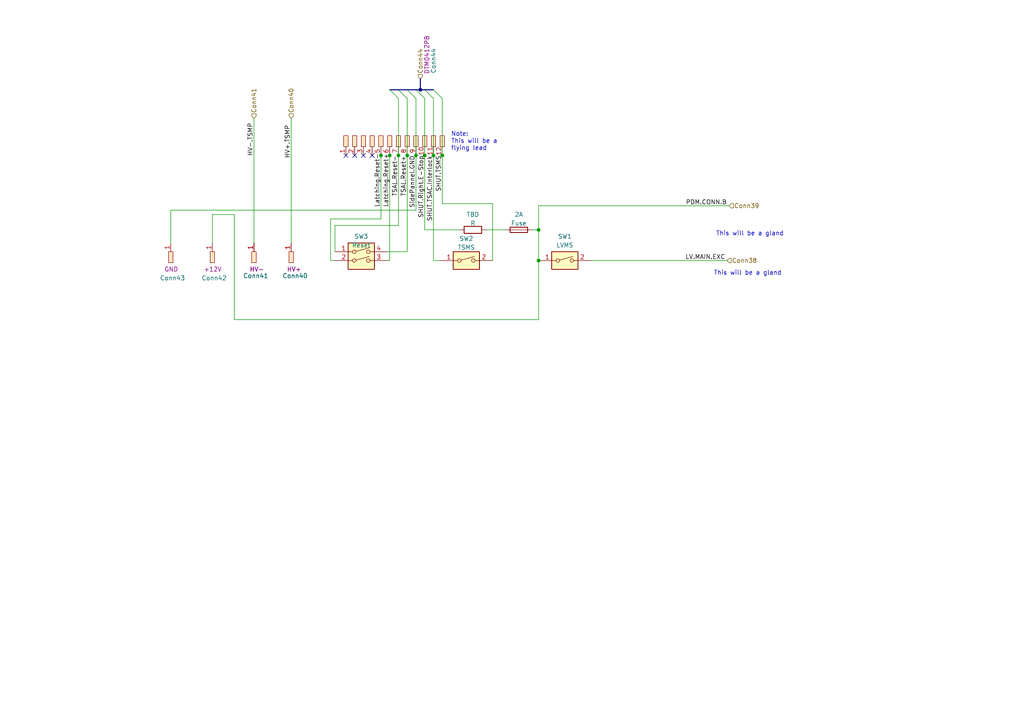
<source format=kicad_sch>
(kicad_sch (version 20230121) (generator eeschema)
  (paper "A4")
  (title_block (title "Side Pannel Loom") (date "2024-02-07") (rev "1.1.0") (company "SUFST") (comment 1 "Stag X") (comment 2 "Marek Frodyma"))
  (lib_symbols
    (symbol "Connectors_SUFST:Banana Plug"
      (property "Reference" "Conn" (at 0 -1.905 0))
      (property "Connection Type" "HV" (at 0 1.905 0))
      (symbol "Banana Plug_1_1"
        (rectangle (start -3.81 -6.35) (end -0.635 -7.62) (fill (type color) (color 255 229 191 1)))
        (pin input line (at 1.905 -6.985 180) (length 2.54) (name "") (number "1"))
      )
    )
    (symbol "Connectors_SUFST:Deutsch_DTM_12P_Pin"
      (property "Reference" "Conn" (at 0 -1.905 0))
      (property "P/N" "DTM0412PB" (at 0 0 0))
      (symbol "Deutsch_DTM_12P_Pin_0_1"
        (polyline (pts (xy -0.635 -29.845) (xy 1.905 -29.845)))
        (polyline (pts (xy -0.635 -24.765) (xy 1.905 -24.765)))
        (polyline (pts (xy -0.635 -19.685) (xy 1.905 -19.685)))
        (polyline (pts (xy -0.635 -14.605) (xy 1.905 -14.605)))
        (polyline (pts (xy -0.635 -9.525) (xy 1.905 -9.525)))
        (polyline (pts (xy -0.635 -4.445) (xy 1.905 -4.445)))
      )
      (symbol "Deutsch_DTM_12P_Pin_1_1"
        (rectangle (start -3.81 -31.75) (end -0.635 -33.02) (fill (type color) (color 255 229 191 1)))
        (rectangle (start -3.81 -29.21) (end -0.635 -30.48) (fill (type color) (color 255 229 191 1)))
        (rectangle (start -3.81 -26.67) (end -0.635 -27.94) (fill (type color) (color 255 229 191 1)))
        (rectangle (start -3.81 -24.13) (end -0.635 -25.4) (fill (type color) (color 255 229 191 1)))
        (rectangle (start -3.81 -21.59) (end -0.635 -22.86) (fill (type color) (color 255 229 191 1)))
        (rectangle (start -3.81 -19.05) (end -0.635 -20.32) (fill (type color) (color 255 229 191 1)))
        (rectangle (start -3.81 -16.51) (end -0.635 -17.78) (fill (type color) (color 255 229 191 1)))
        (rectangle (start -3.81 -13.97) (end -0.635 -15.24) (fill (type color) (color 255 229 191 1)))
        (rectangle (start -3.81 -11.43) (end -0.635 -12.7) (fill (type color) (color 255 229 191 1)))
        (rectangle (start -3.81 -8.89) (end -0.635 -10.16) (fill (type color) (color 255 229 191 1)))
        (rectangle (start -3.81 -6.35) (end -0.635 -7.62) (fill (type color) (color 255 229 191 1)))
        (rectangle (start -3.81 -3.81) (end -0.635 -5.08) (fill (type color) (color 255 229 191 1)))
        (pin input line (at 1.905 -32.385 180) (length 2.54) (name "") (number "1"))
        (pin input line (at 1.905 -9.525 180) (length 2.54) (name "") (number "10"))
        (pin input line (at 1.905 -6.985 180) (length 2.54) (name "") (number "11"))
        (pin input line (at 1.905 -4.445 180) (length 2.54) (name "") (number "12"))
        (pin input line (at 1.905 -29.845 180) (length 2.54) (name "") (number "2"))
        (pin input line (at 1.905 -27.305 180) (length 2.54) (name "") (number "3"))
        (pin input line (at 1.905 -24.765 180) (length 2.54) (name "") (number "4"))
        (pin input line (at 1.905 -22.225 180) (length 2.54) (name "") (number "5"))
        (pin input line (at 1.905 -19.685 180) (length 2.54) (name "") (number "6"))
        (pin input line (at 1.905 -17.145 180) (length 2.54) (name "") (number "7"))
        (pin input line (at 1.905 -14.605 180) (length 2.54) (name "") (number "8"))
        (pin input line (at 1.905 -12.065 180) (length 2.54) (name "") (number "9"))
      )
    )
    (symbol "Device:Fuse" (pin_numbers hide) (pin_names (offset 0))
      (property "Reference" "F" (at 2.032 0 90))
      (property "Value" "Fuse" (at -1.905 0 90))
      (symbol "Fuse_0_1"
        (rectangle (start -0.762 -2.54) (end 0.762 2.54) (stroke (width 0.254)))
        (polyline (pts (xy 0 2.54) (xy 0 -2.54)))
      )
      (symbol "Fuse_1_1"
        (pin passive line (at 0 3.81 270) (length 1.27) (name "~") (number "1"))
        (pin passive line (at 0 -3.81 90) (length 1.27) (name "~") (number "2"))
      )
    )
    (symbol "Device:R" (pin_numbers hide) (pin_names (offset 0))
      (property "Reference" "R" (at 2.032 0 90))
      (property "Value" "R" (at 0 0 90))
      (symbol "R_0_1"
        (rectangle (start -1.016 -2.54) (end 1.016 2.54) (stroke (width 0.254)))
      )
      (symbol "R_1_1"
        (pin passive line (at 0 3.81 270) (length 1.27) (name "~") (number "1"))
        (pin passive line (at 0 -3.81 90) (length 1.27) (name "~") (number "2"))
      )
    )
    (symbol "Switch:SW_DIP_x01" (pin_names (offset 0) hide)
      (property "Reference" "SW" (at 0 3.81 0))
      (property "Value" "SW_DIP_x01" (at 0 -3.81 0))
      (symbol "SW_DIP_x01_0_0"
        (circle (center -2.032 0) (radius 0.508))
        (polyline (pts (xy -1.524 0.127) (xy 2.3622 1.1684)))
        (circle (center 2.032 0) (radius 0.508))
      )
      (symbol "SW_DIP_x01_0_1"
        (rectangle (start -3.81 2.54) (end 3.81 -2.54) (stroke (width 0.254)) (fill (type background)))
      )
      (symbol "SW_DIP_x01_1_1"
        (pin passive line (at -7.62 0 0) (length 5.08) (name "~") (number "1"))
        (pin passive line (at 7.62 0 180) (length 5.08) (name "~") (number "2"))
      )
    )
    (symbol "Switch:SW_DIP_x02" (pin_names (offset 0) hide)
      (property "Reference" "SW" (at 0 6.35 0))
      (property "Value" "SW_DIP_x02" (at 0 -3.81 0))
      (symbol "SW_DIP_x02_0_0"
        (circle (center -2.032 0) (radius 0.508))
        (circle (center -2.032 2.54) (radius 0.508))
        (polyline (pts (xy -1.524 0.127) (xy 2.3622 1.1684)))
        (polyline (pts (xy -1.524 2.667) (xy 2.3622 3.7084)))
        (circle (center 2.032 0) (radius 0.508))
        (circle (center 2.032 2.54) (radius 0.508))
      )
      (symbol "SW_DIP_x02_0_1"
        (rectangle (start -3.81 5.08) (end 3.81 -2.54) (stroke (width 0.254)) (fill (type background)))
      )
      (symbol "SW_DIP_x02_1_1"
        (pin passive line (at -7.62 2.54 0) (length 5.08) (name "~") (number "1"))
        (pin passive line (at -7.62 0 0) (length 5.08) (name "~") (number "2"))
        (pin passive line (at 7.62 0 180) (length 5.08) (name "~") (number "3"))
        (pin passive line (at 7.62 2.54 180) (length 5.08) (name "~") (number "4"))
      )
    )
  )
  (junction (at 156.21 66.675))
  (junction (at 113.03 45.085))
  (junction (at 128.27 45.085))
  (junction (at 123.19 45.085))
  (junction (at 156.21 75.565))
  (junction (at 125.73 45.085))
  (junction (at 110.49 45.085))
  (junction (at 121.92 26.035))
  (junction (at 120.65 45.085))
  (junction (at 115.57 45.085))
  (junction (at 118.11 45.085))
  (no_connect (at 102.87 45.085))
  (no_connect (at 100.33 45.085))
  (no_connect (at 105.41 45.085))
  (no_connect (at 107.95 45.085))
  (bus_entry (at 125.73 26.035) (size 2.54 2.54))
  (bus_entry (at 120.65 26.035) (size 2.54 2.54))
  (bus_entry (at 113.03 26.035) (size 2.54 2.54))
  (bus_entry (at 123.19 26.035) (size 2.54 2.54))
  (bus_entry (at 118.11 26.035) (size 2.54 2.54))
  (bus_entry (at 115.57 26.035) (size 2.54 2.54))
  (wire (pts (xy 115.57 45.085) (xy 115.57 65.405)))
  (bus (pts (xy 121.92 22.86) (xy 121.92 26.035)))
  (wire (pts (xy 211.455 59.69) (xy 156.21 59.69)))
  (wire (pts (xy 115.57 28.575) (xy 115.57 45.085)))
  (wire (pts (xy 110.49 45.085) (xy 110.49 44.45)))
  (bus (pts (xy 113.03 26.035) (xy 115.57 26.035)))
  (wire (pts (xy 95.885 63.5) (xy 110.49 63.5)))
  (wire (pts (xy 142.875 59.055) (xy 128.27 59.055)))
  (wire (pts (xy 110.49 63.5) (xy 110.49 45.085)))
  (wire (pts (xy 112.395 73.025) (xy 118.11 73.025)))
  (wire (pts (xy 133.35 66.675) (xy 123.19 66.675)))
  (wire (pts (xy 171.45 75.565) (xy 210.82 75.565)))
  (bus (pts (xy 120.65 26.035) (xy 121.92 26.035)))
  (wire (pts (xy 84.455 34.29) (xy 84.455 70.485)))
  (wire (pts (xy 156.21 75.565) (xy 156.21 92.71)))
  (wire (pts (xy 156.21 59.69) (xy 156.21 66.675)))
  (wire (pts (xy 67.945 62.23) (xy 61.595 62.23)))
  (wire (pts (xy 123.19 45.085) (xy 123.19 66.675)))
  (wire (pts (xy 67.945 92.71) (xy 156.21 92.71)))
  (wire (pts (xy 125.73 45.085) (xy 125.73 75.565)))
  (wire (pts (xy 49.53 60.96) (xy 49.53 70.485)))
  (wire (pts (xy 113.03 44.45) (xy 113.03 45.085)))
  (wire (pts (xy 95.885 75.565) (xy 95.885 63.5)))
  (wire (pts (xy 156.21 75.565) (xy 156.21 66.675)))
  (bus (pts (xy 121.92 26.035) (xy 123.19 26.035)))
  (wire (pts (xy 49.53 60.96) (xy 120.65 60.96)))
  (wire (pts (xy 146.685 66.675) (xy 140.97 66.675)))
  (wire (pts (xy 128.27 28.575) (xy 128.27 45.085)))
  (wire (pts (xy 118.11 28.575) (xy 118.11 45.085)))
  (wire (pts (xy 120.65 45.085) (xy 120.65 60.96)))
  (wire (pts (xy 73.66 34.29) (xy 73.66 70.485)))
  (wire (pts (xy 123.19 28.575) (xy 123.19 45.085)))
  (wire (pts (xy 61.595 62.23) (xy 61.595 70.485)))
  (wire (pts (xy 156.21 66.675) (xy 154.305 66.675)))
  (wire (pts (xy 97.155 65.405) (xy 97.155 73.025)))
  (bus (pts (xy 115.57 26.035) (xy 118.11 26.035)))
  (wire (pts (xy 97.155 65.405) (xy 115.57 65.405)))
  (wire (pts (xy 125.73 28.575) (xy 125.73 45.085)))
  (wire (pts (xy 113.03 45.085) (xy 113.03 75.565)))
  (wire (pts (xy 113.03 75.565) (xy 112.395 75.565)))
  (wire (pts (xy 67.945 92.71) (xy 67.945 62.23)))
  (wire (pts (xy 120.65 28.575) (xy 120.65 45.085)))
  (bus (pts (xy 118.11 26.035) (xy 120.65 26.035)))
  (wire (pts (xy 127.635 75.565) (xy 125.73 75.565)))
  (wire (pts (xy 128.27 45.085) (xy 128.27 59.055)))
  (wire (pts (xy 97.155 75.565) (xy 95.885 75.565)))
  (wire (pts (xy 142.875 75.565) (xy 142.875 59.055)))
  (bus (pts (xy 123.19 26.035) (xy 125.73 26.035)))
  (wire (pts (xy 118.11 45.085) (xy 118.11 73.025)))
  (text "Note:\nThis will be a\nflying lead" (at 130.81 43.815 0) (effects (font (size 1.27 1.27)) (justify left bottom)))
  (text "This will be a gland" (at 207.645 68.58 0) (effects (font (size 1.27 1.27)) (justify left bottom)))
  (text "This will be a gland" (at 207.01 80.01 0) (effects (font (size 1.27 1.27)) (justify left bottom)))
  (label "SHUT.TSMS" (at 128.27 45.085 270))
  (label "Latching.Reset+" (at 113.03 44.45 270))
  (label "LV.MAIN.EXC" (at 198.755 75.565 0))
  (label "SidePannel.GND" (at 120.65 45.085 270))
  (label "PDM.CONN.B" (at 210.82 59.69 180))
  (label "SHUT.TSAC.Interlock" (at 125.73 45.085 270))
  (label "SHUT.Right.E-Stop" (at 123.19 45.085 270))
  (label "TSAL.Reset-" (at 115.57 45.085 270))
  (label "HV+.TSMP" (at 84.455 36.195 270))
  (label "HV-.TSMP" (at 73.66 35.56 270))
  (label "Latching.Reset-" (at 110.49 44.45 270))
  (label "TSAL.Reset+" (at 118.11 45.085 270))
  (hierarchical_label "Conn44" (shape input) (at 121.92 22.86 90))
  (hierarchical_label "Conn39" (shape input) (at 211.455 59.69 0))
  (hierarchical_label "Conn41" (shape input) (at 73.66 34.29 90))
  (hierarchical_label "Conn40" (shape input) (at 84.455 34.29 90))
  (hierarchical_label "Conn38" (shape input) (at 210.82 75.565 0))
  (symbol (lib_id "Device:Fuse") (at 150.495 66.675 90) (unit 1)
    (property "Reference" "2A" (at 150.495 62.23 90))
    (property "Value" "Fuse" (at 150.495 64.77 90))
  )
  (symbol (lib_id "Device:R") (at 137.16 66.675 90) (unit 1)
    (property "Reference" "TBD" (at 137.16 62.23 90))
    (property "Value" "R" (at 137.16 64.77 90))
  )
  (symbol (lib_id "Switch:SW_DIP_x01") (at 135.255 75.565 0) (unit 1)
    (property "Reference" "SW2" (at 135.255 69.215 0))
    (property "Value" "TSMS" (at 135.255 71.755 0))
  )
  (symbol (lib_id "Switch:SW_DIP_x02") (at 104.775 75.565 0) (unit 1)
    (property "Reference" "SW3" (at 104.775 68.58 0))
    (property "Value" "Reset" (at 104.775 71.12 0))
  )
  (symbol (lib_id "Connectors_SUFST:Banana Plug") (at 77.47 72.39 90) (unit 1)
    (property "Reference" "Conn40" (at 81.915 80.01 90) (effects (justify right)))
    (property "Value" "Banana Plug" (effects hide))
    (property "Connection Type" "HV+" (at 83.185 78.105 90) (effects (justify right)))
  )
  (symbol (lib_id "Connectors_SUFST:Deutsch_DTM_12P_Pin") (at 132.715 43.18 270) (unit 1)
    (property "Reference" "J1" (effects hide))
    (property "Value" "Conn44" (at 125.73 13.97 0) (effects (justify left)))
    (property "P/N" "DTM0412PB" (at 123.825 15.875 0))
  )
  (symbol (lib_id "Connectors_SUFST:Banana Plug") (at 54.61 72.39 90) (unit 1)
    (property "Reference" "Conn42" (at 58.42 80.645 90) (effects (justify right)))
    (property "Value" "Banana Plug" (effects hide))
    (property "Connection Type" "+12V" (at 59.055 78.105 90) (effects (justify right)))
  )
  (symbol (lib_id "Connectors_SUFST:Banana Plug") (at 66.675 72.39 90) (unit 1)
    (property "Reference" "Conn41" (at 70.485 80.01 90) (effects (justify right)))
    (property "Value" "Banana Plug" (effects hide))
    (property "Connection Type" "HV-" (at 72.39 78.105 90) (effects (justify right)))
  )
  (symbol (lib_id "Switch:SW_DIP_x01") (at 163.83 75.565 0) (unit 1)
    (property "Reference" "SW1" (at 163.83 68.58 0))
    (property "Value" "LVMS" (at 163.83 71.12 0))
  )
  (symbol (lib_id "Connectors_SUFST:Banana Plug") (at 42.545 72.39 90) (unit 1)
    (property "Reference" "Conn43" (at 46.355 80.645 90) (effects (justify right)))
    (property "Value" "Banana Plug" (effects hide))
    (property "Connection Type" "GND" (at 47.625 78.105 90) (effects (justify right)))
  )
)
</source>
